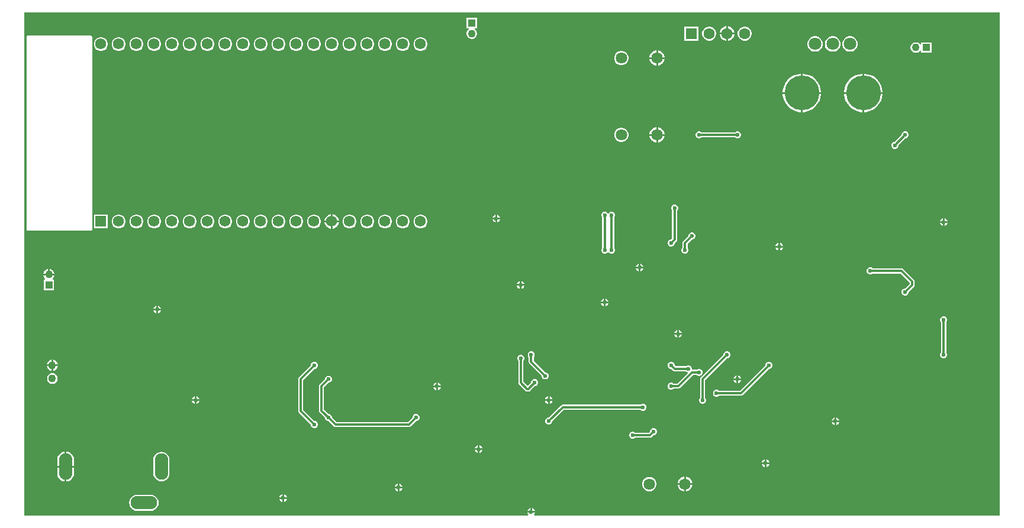
<source format=gbl>
G04*
G04 #@! TF.GenerationSoftware,Altium Limited,Altium Designer,21.7.2 (23)*
G04*
G04 Layer_Physical_Order=2*
G04 Layer_Color=16711680*
%FSLAX25Y25*%
%MOIN*%
G70*
G04*
G04 #@! TF.SameCoordinates,5EADC6DB-F1F9-4870-979B-081E39BDB051*
G04*
G04*
G04 #@! TF.FilePolarity,Positive*
G04*
G01*
G75*
%ADD61C,0.01181*%
%ADD62C,0.06142*%
%ADD63R,0.06142X0.06142*%
%ADD64R,0.04331X0.04331*%
%ADD65C,0.04331*%
%ADD66C,0.04362*%
%ADD67R,0.04331X0.04331*%
%ADD68R,0.06319X0.06319*%
%ADD69C,0.06319*%
%ADD70C,0.06449*%
%ADD71O,0.07480X0.14961*%
%ADD72O,0.14961X0.07480*%
%ADD73C,0.07087*%
%ADD74C,0.19606*%
%ADD75C,0.02362*%
G36*
X551181Y1969D02*
X289225D01*
X289018Y2468D01*
X289251Y2702D01*
X289555Y3437D01*
X285248D01*
X285553Y2702D01*
X285786Y2468D01*
X285578Y1969D01*
X1969D01*
Y285433D01*
X551181D01*
Y1969D01*
D02*
G37*
%LPC*%
G36*
X398185Y277782D02*
X398138D01*
Y274122D01*
X401797D01*
Y274170D01*
X401514Y275227D01*
X400966Y276176D01*
X400192Y276950D01*
X399243Y277498D01*
X398185Y277782D01*
D02*
G37*
G36*
X397138D02*
X397090D01*
X396032Y277498D01*
X395084Y276950D01*
X394309Y276176D01*
X393762Y275227D01*
X393478Y274170D01*
Y274122D01*
X397138D01*
Y277782D01*
D02*
G37*
G36*
X256890Y282480D02*
X250984D01*
Y276575D01*
X252146D01*
X252280Y276075D01*
X252124Y275985D01*
X251574Y275435D01*
X251185Y274762D01*
X250984Y274011D01*
Y273233D01*
X251185Y272482D01*
X251574Y271809D01*
X252124Y271259D01*
X252797Y270870D01*
X253548Y270669D01*
X254326D01*
X255077Y270870D01*
X255750Y271259D01*
X256300Y271809D01*
X256688Y272482D01*
X256890Y273233D01*
Y274011D01*
X256688Y274762D01*
X256300Y275435D01*
X255750Y275985D01*
X255594Y276075D01*
X255728Y276575D01*
X256890D01*
Y282480D01*
D02*
G37*
G36*
X408157Y277569D02*
X407118D01*
X406114Y277300D01*
X405214Y276780D01*
X404480Y276045D01*
X403960Y275146D01*
X403691Y274142D01*
Y273102D01*
X403960Y272099D01*
X404480Y271199D01*
X405214Y270464D01*
X406114Y269944D01*
X407118Y269675D01*
X408157D01*
X409161Y269944D01*
X410061Y270464D01*
X410796Y271199D01*
X411316Y272099D01*
X411585Y273102D01*
Y274142D01*
X411316Y275146D01*
X410796Y276045D01*
X410061Y276780D01*
X409161Y277300D01*
X408157Y277569D01*
D02*
G37*
G36*
X388157D02*
X387118D01*
X386114Y277300D01*
X385214Y276780D01*
X384479Y276045D01*
X383960Y275146D01*
X383691Y274142D01*
Y273102D01*
X383960Y272099D01*
X384479Y271199D01*
X385214Y270464D01*
X386114Y269944D01*
X387118Y269675D01*
X388157D01*
X389161Y269944D01*
X390061Y270464D01*
X390796Y271199D01*
X391316Y272099D01*
X391585Y273102D01*
Y274142D01*
X391316Y275146D01*
X390796Y276045D01*
X390061Y276780D01*
X389161Y277300D01*
X388157Y277569D01*
D02*
G37*
G36*
X381585D02*
X373691D01*
Y269675D01*
X381585D01*
Y277569D01*
D02*
G37*
G36*
X401797Y273122D02*
X398138D01*
Y269463D01*
X398185D01*
X399243Y269746D01*
X400192Y270294D01*
X400966Y271068D01*
X401514Y272017D01*
X401797Y273074D01*
Y273122D01*
D02*
G37*
G36*
X397138D02*
X393478D01*
Y273074D01*
X393762Y272017D01*
X394309Y271068D01*
X395084Y270294D01*
X396032Y269746D01*
X397090Y269463D01*
X397138D01*
Y273122D01*
D02*
G37*
G36*
X512795Y268701D02*
X506890D01*
Y267539D01*
X506390Y267405D01*
X506300Y267561D01*
X505750Y268111D01*
X505077Y268500D01*
X504326Y268701D01*
X503548D01*
X502797Y268500D01*
X502124Y268111D01*
X501574Y267561D01*
X501186Y266888D01*
X500984Y266137D01*
Y265359D01*
X501186Y264608D01*
X501574Y263935D01*
X502124Y263385D01*
X502797Y262997D01*
X503548Y262795D01*
X504326D01*
X505077Y262997D01*
X505750Y263385D01*
X506300Y263935D01*
X506390Y264091D01*
X506890Y263957D01*
Y262795D01*
X512795D01*
Y268701D01*
D02*
G37*
G36*
X225547Y271575D02*
X224531D01*
X223550Y271312D01*
X222670Y270804D01*
X221952Y270086D01*
X221444Y269206D01*
X221181Y268225D01*
Y267209D01*
X221444Y266227D01*
X221952Y265348D01*
X222670Y264629D01*
X223550Y264121D01*
X224531Y263858D01*
X225547D01*
X226529Y264121D01*
X227408Y264629D01*
X228127Y265348D01*
X228635Y266227D01*
X228898Y267209D01*
Y268225D01*
X228635Y269206D01*
X228127Y270086D01*
X227408Y270804D01*
X226529Y271312D01*
X225547Y271575D01*
D02*
G37*
G36*
X215547D02*
X214531D01*
X213550Y271312D01*
X212670Y270804D01*
X211952Y270086D01*
X211444Y269206D01*
X211181Y268225D01*
Y267209D01*
X211444Y266227D01*
X211952Y265348D01*
X212670Y264629D01*
X213550Y264121D01*
X214531Y263858D01*
X215547D01*
X216529Y264121D01*
X217408Y264629D01*
X218127Y265348D01*
X218635Y266227D01*
X218898Y267209D01*
Y268225D01*
X218635Y269206D01*
X218127Y270086D01*
X217408Y270804D01*
X216529Y271312D01*
X215547Y271575D01*
D02*
G37*
G36*
X205547D02*
X204531D01*
X203550Y271312D01*
X202670Y270804D01*
X201952Y270086D01*
X201444Y269206D01*
X201181Y268225D01*
Y267209D01*
X201444Y266227D01*
X201952Y265348D01*
X202670Y264629D01*
X203550Y264121D01*
X204531Y263858D01*
X205547D01*
X206529Y264121D01*
X207408Y264629D01*
X208127Y265348D01*
X208635Y266227D01*
X208898Y267209D01*
Y268225D01*
X208635Y269206D01*
X208127Y270086D01*
X207408Y270804D01*
X206529Y271312D01*
X205547Y271575D01*
D02*
G37*
G36*
X195547D02*
X194531D01*
X193550Y271312D01*
X192670Y270804D01*
X191952Y270086D01*
X191444Y269206D01*
X191181Y268225D01*
Y267209D01*
X191444Y266227D01*
X191952Y265348D01*
X192670Y264629D01*
X193550Y264121D01*
X194531Y263858D01*
X195547D01*
X196529Y264121D01*
X197408Y264629D01*
X198127Y265348D01*
X198635Y266227D01*
X198898Y267209D01*
Y268225D01*
X198635Y269206D01*
X198127Y270086D01*
X197408Y270804D01*
X196529Y271312D01*
X195547Y271575D01*
D02*
G37*
G36*
X185547D02*
X184531D01*
X183550Y271312D01*
X182670Y270804D01*
X181952Y270086D01*
X181444Y269206D01*
X181181Y268225D01*
Y267209D01*
X181444Y266227D01*
X181952Y265348D01*
X182670Y264629D01*
X183550Y264121D01*
X184531Y263858D01*
X185547D01*
X186529Y264121D01*
X187408Y264629D01*
X188127Y265348D01*
X188635Y266227D01*
X188898Y267209D01*
Y268225D01*
X188635Y269206D01*
X188127Y270086D01*
X187408Y270804D01*
X186529Y271312D01*
X185547Y271575D01*
D02*
G37*
G36*
X175547D02*
X174531D01*
X173550Y271312D01*
X172670Y270804D01*
X171952Y270086D01*
X171444Y269206D01*
X171181Y268225D01*
Y267209D01*
X171444Y266227D01*
X171952Y265348D01*
X172670Y264629D01*
X173550Y264121D01*
X174531Y263858D01*
X175547D01*
X176529Y264121D01*
X177408Y264629D01*
X178127Y265348D01*
X178635Y266227D01*
X178898Y267209D01*
Y268225D01*
X178635Y269206D01*
X178127Y270086D01*
X177408Y270804D01*
X176529Y271312D01*
X175547Y271575D01*
D02*
G37*
G36*
X165547D02*
X164531D01*
X163550Y271312D01*
X162670Y270804D01*
X161952Y270086D01*
X161444Y269206D01*
X161181Y268225D01*
Y267209D01*
X161444Y266227D01*
X161952Y265348D01*
X162670Y264629D01*
X163550Y264121D01*
X164531Y263858D01*
X165547D01*
X166529Y264121D01*
X167408Y264629D01*
X168127Y265348D01*
X168635Y266227D01*
X168898Y267209D01*
Y268225D01*
X168635Y269206D01*
X168127Y270086D01*
X167408Y270804D01*
X166529Y271312D01*
X165547Y271575D01*
D02*
G37*
G36*
X155547D02*
X154531D01*
X153550Y271312D01*
X152670Y270804D01*
X151952Y270086D01*
X151444Y269206D01*
X151181Y268225D01*
Y267209D01*
X151444Y266227D01*
X151952Y265348D01*
X152670Y264629D01*
X153550Y264121D01*
X154531Y263858D01*
X155547D01*
X156529Y264121D01*
X157408Y264629D01*
X158127Y265348D01*
X158635Y266227D01*
X158898Y267209D01*
Y268225D01*
X158635Y269206D01*
X158127Y270086D01*
X157408Y270804D01*
X156529Y271312D01*
X155547Y271575D01*
D02*
G37*
G36*
X145547D02*
X144531D01*
X143550Y271312D01*
X142670Y270804D01*
X141952Y270086D01*
X141444Y269206D01*
X141181Y268225D01*
Y267209D01*
X141444Y266227D01*
X141952Y265348D01*
X142670Y264629D01*
X143550Y264121D01*
X144531Y263858D01*
X145547D01*
X146529Y264121D01*
X147408Y264629D01*
X148127Y265348D01*
X148635Y266227D01*
X148898Y267209D01*
Y268225D01*
X148635Y269206D01*
X148127Y270086D01*
X147408Y270804D01*
X146529Y271312D01*
X145547Y271575D01*
D02*
G37*
G36*
X135547D02*
X134531D01*
X133550Y271312D01*
X132670Y270804D01*
X131952Y270086D01*
X131444Y269206D01*
X131181Y268225D01*
Y267209D01*
X131444Y266227D01*
X131952Y265348D01*
X132670Y264629D01*
X133550Y264121D01*
X134531Y263858D01*
X135547D01*
X136529Y264121D01*
X137408Y264629D01*
X138127Y265348D01*
X138635Y266227D01*
X138898Y267209D01*
Y268225D01*
X138635Y269206D01*
X138127Y270086D01*
X137408Y270804D01*
X136529Y271312D01*
X135547Y271575D01*
D02*
G37*
G36*
X125547D02*
X124531D01*
X123550Y271312D01*
X122670Y270804D01*
X121952Y270086D01*
X121444Y269206D01*
X121181Y268225D01*
Y267209D01*
X121444Y266227D01*
X121952Y265348D01*
X122670Y264629D01*
X123550Y264121D01*
X124531Y263858D01*
X125547D01*
X126529Y264121D01*
X127408Y264629D01*
X128127Y265348D01*
X128635Y266227D01*
X128898Y267209D01*
Y268225D01*
X128635Y269206D01*
X128127Y270086D01*
X127408Y270804D01*
X126529Y271312D01*
X125547Y271575D01*
D02*
G37*
G36*
X115547D02*
X114531D01*
X113550Y271312D01*
X112670Y270804D01*
X111952Y270086D01*
X111444Y269206D01*
X111181Y268225D01*
Y267209D01*
X111444Y266227D01*
X111952Y265348D01*
X112670Y264629D01*
X113550Y264121D01*
X114531Y263858D01*
X115547D01*
X116529Y264121D01*
X117408Y264629D01*
X118127Y265348D01*
X118635Y266227D01*
X118898Y267209D01*
Y268225D01*
X118635Y269206D01*
X118127Y270086D01*
X117408Y270804D01*
X116529Y271312D01*
X115547Y271575D01*
D02*
G37*
G36*
X105547D02*
X104531D01*
X103550Y271312D01*
X102670Y270804D01*
X101952Y270086D01*
X101444Y269206D01*
X101181Y268225D01*
Y267209D01*
X101444Y266227D01*
X101952Y265348D01*
X102670Y264629D01*
X103550Y264121D01*
X104531Y263858D01*
X105547D01*
X106529Y264121D01*
X107408Y264629D01*
X108127Y265348D01*
X108635Y266227D01*
X108898Y267209D01*
Y268225D01*
X108635Y269206D01*
X108127Y270086D01*
X107408Y270804D01*
X106529Y271312D01*
X105547Y271575D01*
D02*
G37*
G36*
X95547D02*
X94531D01*
X93550Y271312D01*
X92670Y270804D01*
X91952Y270086D01*
X91444Y269206D01*
X91181Y268225D01*
Y267209D01*
X91444Y266227D01*
X91952Y265348D01*
X92670Y264629D01*
X93550Y264121D01*
X94531Y263858D01*
X95547D01*
X96529Y264121D01*
X97408Y264629D01*
X98127Y265348D01*
X98635Y266227D01*
X98898Y267209D01*
Y268225D01*
X98635Y269206D01*
X98127Y270086D01*
X97408Y270804D01*
X96529Y271312D01*
X95547Y271575D01*
D02*
G37*
G36*
X85547D02*
X84531D01*
X83550Y271312D01*
X82670Y270804D01*
X81952Y270086D01*
X81444Y269206D01*
X81181Y268225D01*
Y267209D01*
X81444Y266227D01*
X81952Y265348D01*
X82670Y264629D01*
X83550Y264121D01*
X84531Y263858D01*
X85547D01*
X86529Y264121D01*
X87408Y264629D01*
X88127Y265348D01*
X88635Y266227D01*
X88898Y267209D01*
Y268225D01*
X88635Y269206D01*
X88127Y270086D01*
X87408Y270804D01*
X86529Y271312D01*
X85547Y271575D01*
D02*
G37*
G36*
X75547D02*
X74531D01*
X73550Y271312D01*
X72670Y270804D01*
X71952Y270086D01*
X71444Y269206D01*
X71181Y268225D01*
Y267209D01*
X71444Y266227D01*
X71952Y265348D01*
X72670Y264629D01*
X73550Y264121D01*
X74531Y263858D01*
X75547D01*
X76529Y264121D01*
X77408Y264629D01*
X78127Y265348D01*
X78635Y266227D01*
X78898Y267209D01*
Y268225D01*
X78635Y269206D01*
X78127Y270086D01*
X77408Y270804D01*
X76529Y271312D01*
X75547Y271575D01*
D02*
G37*
G36*
X65547D02*
X64531D01*
X63550Y271312D01*
X62670Y270804D01*
X61952Y270086D01*
X61444Y269206D01*
X61181Y268225D01*
Y267209D01*
X61444Y266227D01*
X61952Y265348D01*
X62670Y264629D01*
X63550Y264121D01*
X64531Y263858D01*
X65547D01*
X66529Y264121D01*
X67408Y264629D01*
X68127Y265348D01*
X68635Y266227D01*
X68898Y267209D01*
Y268225D01*
X68635Y269206D01*
X68127Y270086D01*
X67408Y270804D01*
X66529Y271312D01*
X65547Y271575D01*
D02*
G37*
G36*
X55547D02*
X54531D01*
X53550Y271312D01*
X52670Y270804D01*
X51952Y270086D01*
X51444Y269206D01*
X51181Y268225D01*
Y267209D01*
X51444Y266227D01*
X51952Y265348D01*
X52670Y264629D01*
X53550Y264121D01*
X54531Y263858D01*
X55547D01*
X56529Y264121D01*
X57408Y264629D01*
X58127Y265348D01*
X58635Y266227D01*
X58898Y267209D01*
Y268225D01*
X58635Y269206D01*
X58127Y270086D01*
X57408Y270804D01*
X56529Y271312D01*
X55547Y271575D01*
D02*
G37*
G36*
X45547D02*
X44531D01*
X43550Y271312D01*
X42670Y270804D01*
X41952Y270086D01*
X41444Y269206D01*
X41181Y268225D01*
Y267209D01*
X41444Y266227D01*
X41952Y265348D01*
X42670Y264629D01*
X43550Y264121D01*
X44531Y263858D01*
X45547D01*
X46529Y264121D01*
X47408Y264629D01*
X48127Y265348D01*
X48635Y266227D01*
X48898Y267209D01*
Y268225D01*
X48635Y269206D01*
X48127Y270086D01*
X47408Y270804D01*
X46529Y271312D01*
X45547Y271575D01*
D02*
G37*
G36*
X467499Y272047D02*
X466359D01*
X465258Y271752D01*
X464270Y271182D01*
X463464Y270376D01*
X462893Y269388D01*
X462598Y268287D01*
Y267146D01*
X462893Y266045D01*
X463464Y265057D01*
X464270Y264251D01*
X465258Y263681D01*
X466359Y263386D01*
X467499D01*
X468601Y263681D01*
X469588Y264251D01*
X470395Y265057D01*
X470965Y266045D01*
X471260Y267146D01*
Y268287D01*
X470965Y269388D01*
X470395Y270376D01*
X469588Y271182D01*
X468601Y271752D01*
X467499Y272047D01*
D02*
G37*
G36*
X457657D02*
X456517D01*
X455415Y271752D01*
X454427Y271182D01*
X453621Y270376D01*
X453051Y269388D01*
X452756Y268287D01*
Y267146D01*
X453051Y266045D01*
X453621Y265057D01*
X454427Y264251D01*
X455415Y263681D01*
X456517Y263386D01*
X457657D01*
X458758Y263681D01*
X459746Y264251D01*
X460552Y265057D01*
X461122Y266045D01*
X461417Y267146D01*
Y268287D01*
X461122Y269388D01*
X460552Y270376D01*
X459746Y271182D01*
X458758Y271752D01*
X457657Y272047D01*
D02*
G37*
G36*
X447814D02*
X446674D01*
X445573Y271752D01*
X444585Y271182D01*
X443779Y270376D01*
X443209Y269388D01*
X442913Y268287D01*
Y267146D01*
X443209Y266045D01*
X443779Y265057D01*
X444585Y264251D01*
X445573Y263681D01*
X446674Y263386D01*
X447814D01*
X448916Y263681D01*
X449903Y264251D01*
X450709Y265057D01*
X451280Y266045D01*
X451575Y267146D01*
Y268287D01*
X451280Y269388D01*
X450709Y270376D01*
X449903Y271182D01*
X448916Y271752D01*
X447814Y272047D01*
D02*
G37*
G36*
X358824Y264067D02*
X358768D01*
Y260343D01*
X362492D01*
Y260399D01*
X362204Y261473D01*
X361648Y262436D01*
X360862Y263223D01*
X359898Y263779D01*
X358824Y264067D01*
D02*
G37*
G36*
X357768D02*
X357712D01*
X356637Y263779D01*
X355674Y263223D01*
X354887Y262436D01*
X354331Y261473D01*
X354043Y260399D01*
Y260343D01*
X357768D01*
Y264067D01*
D02*
G37*
G36*
X338698Y263854D02*
X337641D01*
X336621Y263581D01*
X335706Y263053D01*
X334959Y262306D01*
X334431Y261391D01*
X334157Y260371D01*
Y259314D01*
X334431Y258294D01*
X334959Y257379D01*
X335706Y256632D01*
X336621Y256104D01*
X337641Y255831D01*
X338698D01*
X339718Y256104D01*
X340633Y256632D01*
X341380Y257379D01*
X341908Y258294D01*
X342181Y259314D01*
Y260371D01*
X341908Y261391D01*
X341380Y262306D01*
X340633Y263053D01*
X339718Y263581D01*
X338698Y263854D01*
D02*
G37*
G36*
X362492Y259343D02*
X358768D01*
Y255618D01*
X358824D01*
X359898Y255906D01*
X360862Y256462D01*
X361648Y257249D01*
X362204Y258212D01*
X362492Y259286D01*
Y259343D01*
D02*
G37*
G36*
X357768D02*
X354043D01*
Y259286D01*
X354331Y258212D01*
X354887Y257249D01*
X355674Y256462D01*
X356637Y255906D01*
X357712Y255618D01*
X357768D01*
Y259343D01*
D02*
G37*
G36*
X475260Y250961D02*
X474909D01*
Y240657D01*
X485213D01*
Y241008D01*
X484947Y242687D01*
X484421Y244304D01*
X483649Y245820D01*
X482650Y247195D01*
X481447Y248398D01*
X480071Y249397D01*
X478556Y250169D01*
X476939Y250695D01*
X475260Y250961D01*
D02*
G37*
G36*
X440614D02*
X440264D01*
Y240657D01*
X450567D01*
Y241008D01*
X450301Y242687D01*
X449776Y244304D01*
X449004Y245820D01*
X448004Y247195D01*
X446802Y248398D01*
X445426Y249397D01*
X443911Y250169D01*
X442294Y250695D01*
X440614Y250961D01*
D02*
G37*
G36*
X473909D02*
X473559D01*
X471880Y250695D01*
X470262Y250169D01*
X468747Y249397D01*
X467372Y248398D01*
X466169Y247195D01*
X465170Y245820D01*
X464398Y244304D01*
X463872Y242687D01*
X463606Y241008D01*
Y240657D01*
X473909D01*
Y250961D01*
D02*
G37*
G36*
X439264D02*
X438914D01*
X437234Y250695D01*
X435617Y250169D01*
X434102Y249397D01*
X432726Y248398D01*
X431524Y247195D01*
X430524Y245820D01*
X429752Y244304D01*
X429227Y242687D01*
X428961Y241008D01*
Y240657D01*
X439264D01*
Y250961D01*
D02*
G37*
G36*
X485213Y239657D02*
X474909D01*
Y229354D01*
X475260D01*
X476939Y229620D01*
X478556Y230146D01*
X480071Y230918D01*
X481447Y231917D01*
X482650Y233120D01*
X483649Y234495D01*
X484421Y236011D01*
X484947Y237628D01*
X485213Y239307D01*
Y239657D01*
D02*
G37*
G36*
X473909D02*
X463606D01*
Y239307D01*
X463872Y237628D01*
X464398Y236011D01*
X465170Y234495D01*
X466169Y233120D01*
X467372Y231917D01*
X468747Y230918D01*
X470262Y230146D01*
X471880Y229620D01*
X473559Y229354D01*
X473909D01*
Y239657D01*
D02*
G37*
G36*
X450567D02*
X440264D01*
Y229354D01*
X440614D01*
X442294Y229620D01*
X443911Y230146D01*
X445426Y230918D01*
X446802Y231917D01*
X448004Y233120D01*
X449004Y234495D01*
X449776Y236011D01*
X450301Y237628D01*
X450567Y239307D01*
Y239657D01*
D02*
G37*
G36*
X439264D02*
X428961D01*
Y239307D01*
X429227Y237628D01*
X429752Y236011D01*
X430524Y234495D01*
X431524Y233120D01*
X432726Y231917D01*
X434102Y230918D01*
X435617Y230146D01*
X437234Y229620D01*
X438914Y229354D01*
X439264D01*
Y239657D01*
D02*
G37*
G36*
X403935Y218504D02*
X403152D01*
X402428Y218204D01*
X402164Y217940D01*
X383269D01*
X383005Y218204D01*
X382281Y218504D01*
X381498D01*
X380775Y218204D01*
X380221Y217651D01*
X379921Y216927D01*
Y216144D01*
X380221Y215420D01*
X380775Y214867D01*
X381498Y214567D01*
X382281D01*
X383005Y214867D01*
X383269Y215130D01*
X402164D01*
X402428Y214867D01*
X403152Y214567D01*
X403935D01*
X404658Y214867D01*
X405212Y215420D01*
X405512Y216144D01*
Y216927D01*
X405212Y217651D01*
X404658Y218204D01*
X403935Y218504D01*
D02*
G37*
G36*
X358824Y220760D02*
X358768D01*
Y217035D01*
X362492D01*
Y217092D01*
X362204Y218166D01*
X361648Y219129D01*
X360862Y219916D01*
X359898Y220472D01*
X358824Y220760D01*
D02*
G37*
G36*
X357768D02*
X357712D01*
X356637Y220472D01*
X355674Y219916D01*
X354887Y219129D01*
X354331Y218166D01*
X354043Y217092D01*
Y217035D01*
X357768D01*
Y220760D01*
D02*
G37*
G36*
X338698Y220547D02*
X337641D01*
X336621Y220274D01*
X335706Y219746D01*
X334959Y218999D01*
X334431Y218084D01*
X334157Y217064D01*
Y216007D01*
X334431Y214987D01*
X334959Y214072D01*
X335706Y213325D01*
X336621Y212797D01*
X337641Y212524D01*
X338698D01*
X339718Y212797D01*
X340633Y213325D01*
X341380Y214072D01*
X341908Y214987D01*
X342181Y216007D01*
Y217064D01*
X341908Y218084D01*
X341380Y218999D01*
X340633Y219746D01*
X339718Y220274D01*
X338698Y220547D01*
D02*
G37*
G36*
X362492Y216035D02*
X358768D01*
Y212311D01*
X358824D01*
X359898Y212599D01*
X360862Y213155D01*
X361648Y213942D01*
X362204Y214905D01*
X362492Y215979D01*
Y216035D01*
D02*
G37*
G36*
X357768D02*
X354043D01*
Y215979D01*
X354331Y214905D01*
X354887Y213942D01*
X355674Y213155D01*
X356637Y212599D01*
X357712Y212311D01*
X357768D01*
Y216035D01*
D02*
G37*
G36*
X498423Y218504D02*
X497640D01*
X496916Y218204D01*
X496363Y217651D01*
X496063Y216927D01*
Y216554D01*
X492108Y212598D01*
X491734D01*
X491011Y212299D01*
X490457Y211745D01*
X490158Y211021D01*
Y210238D01*
X490457Y209515D01*
X491011Y208961D01*
X491734Y208661D01*
X492518D01*
X493241Y208961D01*
X493795Y209515D01*
X494095Y210238D01*
Y210612D01*
X498050Y214567D01*
X498423D01*
X499147Y214867D01*
X499700Y215420D01*
X500000Y216144D01*
Y216927D01*
X499700Y217651D01*
X499147Y218204D01*
X498423Y218504D01*
D02*
G37*
G36*
X333069Y173228D02*
X332286D01*
X331562Y172929D01*
X331008Y172375D01*
X330979Y172305D01*
X330438D01*
X330409Y172375D01*
X329855Y172929D01*
X329132Y173228D01*
X328349D01*
X327625Y172929D01*
X327071Y172375D01*
X326772Y171651D01*
Y170868D01*
X327071Y170145D01*
X327335Y169881D01*
Y152954D01*
X327071Y152690D01*
X326772Y151966D01*
Y151183D01*
X327071Y150460D01*
X327625Y149906D01*
X328349Y149606D01*
X329132D01*
X329855Y149906D01*
X330409Y150460D01*
X330438Y150530D01*
X330979D01*
X331008Y150460D01*
X331562Y149906D01*
X332286Y149606D01*
X333069D01*
X333792Y149906D01*
X334346Y150460D01*
X334646Y151183D01*
Y151966D01*
X334346Y152690D01*
X334082Y152954D01*
Y169881D01*
X334346Y170145D01*
X334646Y170868D01*
Y171651D01*
X334346Y172375D01*
X333792Y172929D01*
X333069Y173228D01*
D02*
G37*
G36*
X268216Y171445D02*
Y169791D01*
X269870D01*
X269566Y170527D01*
X268952Y171140D01*
X268216Y171445D01*
D02*
G37*
G36*
X267216D02*
X266481Y171140D01*
X265867Y170527D01*
X265563Y169791D01*
X267216D01*
Y171445D01*
D02*
G37*
G36*
X175575Y171787D02*
X175539D01*
Y168217D01*
X179110D01*
Y168253D01*
X178833Y169288D01*
X178297Y170216D01*
X177539Y170974D01*
X176611Y171510D01*
X175575Y171787D01*
D02*
G37*
G36*
X174539D02*
X174503D01*
X173468Y171510D01*
X172540Y170974D01*
X171782Y170216D01*
X171246Y169288D01*
X170968Y168253D01*
Y168217D01*
X174539D01*
Y171787D01*
D02*
G37*
G36*
X520185Y169476D02*
Y167823D01*
X521839D01*
X521534Y168558D01*
X520921Y169172D01*
X520185Y169476D01*
D02*
G37*
G36*
X519185D02*
X518449Y169172D01*
X517836Y168558D01*
X517531Y167823D01*
X519185D01*
Y169476D01*
D02*
G37*
G36*
X269870Y168791D02*
X268216D01*
Y167138D01*
X268952Y167442D01*
X269566Y168056D01*
X269870Y168791D01*
D02*
G37*
G36*
X267216D02*
X265563D01*
X265867Y168056D01*
X266481Y167442D01*
X267216Y167138D01*
Y168791D01*
D02*
G37*
G36*
X521839Y166823D02*
X520185D01*
Y165169D01*
X520921Y165474D01*
X521534Y166087D01*
X521839Y166823D01*
D02*
G37*
G36*
X519185D02*
X517531D01*
X517836Y166087D01*
X518449Y165474D01*
X519185Y165169D01*
Y166823D01*
D02*
G37*
G36*
X225547Y171575D02*
X224531D01*
X223550Y171312D01*
X222670Y170804D01*
X221952Y170086D01*
X221444Y169206D01*
X221181Y168225D01*
Y167209D01*
X221444Y166227D01*
X221952Y165348D01*
X222670Y164629D01*
X223550Y164121D01*
X224531Y163858D01*
X225547D01*
X226529Y164121D01*
X227408Y164629D01*
X228127Y165348D01*
X228635Y166227D01*
X228898Y167209D01*
Y168225D01*
X228635Y169206D01*
X228127Y170086D01*
X227408Y170804D01*
X226529Y171312D01*
X225547Y171575D01*
D02*
G37*
G36*
X215547D02*
X214531D01*
X213550Y171312D01*
X212670Y170804D01*
X211952Y170086D01*
X211444Y169206D01*
X211181Y168225D01*
Y167209D01*
X211444Y166227D01*
X211952Y165348D01*
X212670Y164629D01*
X213550Y164121D01*
X214531Y163858D01*
X215547D01*
X216529Y164121D01*
X217408Y164629D01*
X218127Y165348D01*
X218635Y166227D01*
X218898Y167209D01*
Y168225D01*
X218635Y169206D01*
X218127Y170086D01*
X217408Y170804D01*
X216529Y171312D01*
X215547Y171575D01*
D02*
G37*
G36*
X205547D02*
X204531D01*
X203550Y171312D01*
X202670Y170804D01*
X201952Y170086D01*
X201444Y169206D01*
X201181Y168225D01*
Y167209D01*
X201444Y166227D01*
X201952Y165348D01*
X202670Y164629D01*
X203550Y164121D01*
X204531Y163858D01*
X205547D01*
X206529Y164121D01*
X207408Y164629D01*
X208127Y165348D01*
X208635Y166227D01*
X208898Y167209D01*
Y168225D01*
X208635Y169206D01*
X208127Y170086D01*
X207408Y170804D01*
X206529Y171312D01*
X205547Y171575D01*
D02*
G37*
G36*
X195547D02*
X194531D01*
X193550Y171312D01*
X192670Y170804D01*
X191952Y170086D01*
X191444Y169206D01*
X191181Y168225D01*
Y167209D01*
X191444Y166227D01*
X191952Y165348D01*
X192670Y164629D01*
X193550Y164121D01*
X194531Y163858D01*
X195547D01*
X196529Y164121D01*
X197408Y164629D01*
X198127Y165348D01*
X198635Y166227D01*
X198898Y167209D01*
Y168225D01*
X198635Y169206D01*
X198127Y170086D01*
X197408Y170804D01*
X196529Y171312D01*
X195547Y171575D01*
D02*
G37*
G36*
X185547D02*
X184531D01*
X183550Y171312D01*
X182670Y170804D01*
X181952Y170086D01*
X181444Y169206D01*
X181181Y168225D01*
Y167209D01*
X181444Y166227D01*
X181952Y165348D01*
X182670Y164629D01*
X183550Y164121D01*
X184531Y163858D01*
X185547D01*
X186529Y164121D01*
X187408Y164629D01*
X188127Y165348D01*
X188635Y166227D01*
X188898Y167209D01*
Y168225D01*
X188635Y169206D01*
X188127Y170086D01*
X187408Y170804D01*
X186529Y171312D01*
X185547Y171575D01*
D02*
G37*
G36*
X165547D02*
X164531D01*
X163550Y171312D01*
X162670Y170804D01*
X161952Y170086D01*
X161444Y169206D01*
X161181Y168225D01*
Y167209D01*
X161444Y166227D01*
X161952Y165348D01*
X162670Y164629D01*
X163550Y164121D01*
X164531Y163858D01*
X165547D01*
X166529Y164121D01*
X167408Y164629D01*
X168127Y165348D01*
X168635Y166227D01*
X168898Y167209D01*
Y168225D01*
X168635Y169206D01*
X168127Y170086D01*
X167408Y170804D01*
X166529Y171312D01*
X165547Y171575D01*
D02*
G37*
G36*
X155547D02*
X154531D01*
X153550Y171312D01*
X152670Y170804D01*
X151952Y170086D01*
X151444Y169206D01*
X151181Y168225D01*
Y167209D01*
X151444Y166227D01*
X151952Y165348D01*
X152670Y164629D01*
X153550Y164121D01*
X154531Y163858D01*
X155547D01*
X156529Y164121D01*
X157408Y164629D01*
X158127Y165348D01*
X158635Y166227D01*
X158898Y167209D01*
Y168225D01*
X158635Y169206D01*
X158127Y170086D01*
X157408Y170804D01*
X156529Y171312D01*
X155547Y171575D01*
D02*
G37*
G36*
X145547D02*
X144531D01*
X143550Y171312D01*
X142670Y170804D01*
X141952Y170086D01*
X141444Y169206D01*
X141181Y168225D01*
Y167209D01*
X141444Y166227D01*
X141952Y165348D01*
X142670Y164629D01*
X143550Y164121D01*
X144531Y163858D01*
X145547D01*
X146529Y164121D01*
X147408Y164629D01*
X148127Y165348D01*
X148635Y166227D01*
X148898Y167209D01*
Y168225D01*
X148635Y169206D01*
X148127Y170086D01*
X147408Y170804D01*
X146529Y171312D01*
X145547Y171575D01*
D02*
G37*
G36*
X135547D02*
X134531D01*
X133550Y171312D01*
X132670Y170804D01*
X131952Y170086D01*
X131444Y169206D01*
X131181Y168225D01*
Y167209D01*
X131444Y166227D01*
X131952Y165348D01*
X132670Y164629D01*
X133550Y164121D01*
X134531Y163858D01*
X135547D01*
X136529Y164121D01*
X137408Y164629D01*
X138127Y165348D01*
X138635Y166227D01*
X138898Y167209D01*
Y168225D01*
X138635Y169206D01*
X138127Y170086D01*
X137408Y170804D01*
X136529Y171312D01*
X135547Y171575D01*
D02*
G37*
G36*
X125547D02*
X124531D01*
X123550Y171312D01*
X122670Y170804D01*
X121952Y170086D01*
X121444Y169206D01*
X121181Y168225D01*
Y167209D01*
X121444Y166227D01*
X121952Y165348D01*
X122670Y164629D01*
X123550Y164121D01*
X124531Y163858D01*
X125547D01*
X126529Y164121D01*
X127408Y164629D01*
X128127Y165348D01*
X128635Y166227D01*
X128898Y167209D01*
Y168225D01*
X128635Y169206D01*
X128127Y170086D01*
X127408Y170804D01*
X126529Y171312D01*
X125547Y171575D01*
D02*
G37*
G36*
X115547D02*
X114531D01*
X113550Y171312D01*
X112670Y170804D01*
X111952Y170086D01*
X111444Y169206D01*
X111181Y168225D01*
Y167209D01*
X111444Y166227D01*
X111952Y165348D01*
X112670Y164629D01*
X113550Y164121D01*
X114531Y163858D01*
X115547D01*
X116529Y164121D01*
X117408Y164629D01*
X118127Y165348D01*
X118635Y166227D01*
X118898Y167209D01*
Y168225D01*
X118635Y169206D01*
X118127Y170086D01*
X117408Y170804D01*
X116529Y171312D01*
X115547Y171575D01*
D02*
G37*
G36*
X105547D02*
X104531D01*
X103550Y171312D01*
X102670Y170804D01*
X101952Y170086D01*
X101444Y169206D01*
X101181Y168225D01*
Y167209D01*
X101444Y166227D01*
X101952Y165348D01*
X102670Y164629D01*
X103550Y164121D01*
X104531Y163858D01*
X105547D01*
X106529Y164121D01*
X107408Y164629D01*
X108127Y165348D01*
X108635Y166227D01*
X108898Y167209D01*
Y168225D01*
X108635Y169206D01*
X108127Y170086D01*
X107408Y170804D01*
X106529Y171312D01*
X105547Y171575D01*
D02*
G37*
G36*
X95547D02*
X94531D01*
X93550Y171312D01*
X92670Y170804D01*
X91952Y170086D01*
X91444Y169206D01*
X91181Y168225D01*
Y167209D01*
X91444Y166227D01*
X91952Y165348D01*
X92670Y164629D01*
X93550Y164121D01*
X94531Y163858D01*
X95547D01*
X96529Y164121D01*
X97408Y164629D01*
X98127Y165348D01*
X98635Y166227D01*
X98898Y167209D01*
Y168225D01*
X98635Y169206D01*
X98127Y170086D01*
X97408Y170804D01*
X96529Y171312D01*
X95547Y171575D01*
D02*
G37*
G36*
X85547D02*
X84531D01*
X83550Y171312D01*
X82670Y170804D01*
X81952Y170086D01*
X81444Y169206D01*
X81181Y168225D01*
Y167209D01*
X81444Y166227D01*
X81952Y165348D01*
X82670Y164629D01*
X83550Y164121D01*
X84531Y163858D01*
X85547D01*
X86529Y164121D01*
X87408Y164629D01*
X88127Y165348D01*
X88635Y166227D01*
X88898Y167209D01*
Y168225D01*
X88635Y169206D01*
X88127Y170086D01*
X87408Y170804D01*
X86529Y171312D01*
X85547Y171575D01*
D02*
G37*
G36*
X75547D02*
X74531D01*
X73550Y171312D01*
X72670Y170804D01*
X71952Y170086D01*
X71444Y169206D01*
X71181Y168225D01*
Y167209D01*
X71444Y166227D01*
X71952Y165348D01*
X72670Y164629D01*
X73550Y164121D01*
X74531Y163858D01*
X75547D01*
X76529Y164121D01*
X77408Y164629D01*
X78127Y165348D01*
X78635Y166227D01*
X78898Y167209D01*
Y168225D01*
X78635Y169206D01*
X78127Y170086D01*
X77408Y170804D01*
X76529Y171312D01*
X75547Y171575D01*
D02*
G37*
G36*
X65547D02*
X64531D01*
X63550Y171312D01*
X62670Y170804D01*
X61952Y170086D01*
X61444Y169206D01*
X61181Y168225D01*
Y167209D01*
X61444Y166227D01*
X61952Y165348D01*
X62670Y164629D01*
X63550Y164121D01*
X64531Y163858D01*
X65547D01*
X66529Y164121D01*
X67408Y164629D01*
X68127Y165348D01*
X68635Y166227D01*
X68898Y167209D01*
Y168225D01*
X68635Y169206D01*
X68127Y170086D01*
X67408Y170804D01*
X66529Y171312D01*
X65547Y171575D01*
D02*
G37*
G36*
X55547D02*
X54531D01*
X53550Y171312D01*
X52670Y170804D01*
X51952Y170086D01*
X51444Y169206D01*
X51181Y168225D01*
Y167209D01*
X51444Y166227D01*
X51952Y165348D01*
X52670Y164629D01*
X53550Y164121D01*
X54531Y163858D01*
X55547D01*
X56529Y164121D01*
X57408Y164629D01*
X58127Y165348D01*
X58635Y166227D01*
X58898Y167209D01*
Y168225D01*
X58635Y169206D01*
X58127Y170086D01*
X57408Y170804D01*
X56529Y171312D01*
X55547Y171575D01*
D02*
G37*
G36*
X48898D02*
X41181D01*
Y163858D01*
X48898D01*
Y171575D01*
D02*
G37*
G36*
X179110Y167217D02*
X175539D01*
Y163646D01*
X175575D01*
X176611Y163923D01*
X177539Y164459D01*
X178297Y165217D01*
X178833Y166145D01*
X179110Y167181D01*
Y167217D01*
D02*
G37*
G36*
X174539D02*
X170968D01*
Y167181D01*
X171246Y166145D01*
X171782Y165217D01*
X172540Y164459D01*
X173468Y163923D01*
X174503Y163646D01*
X174539D01*
Y167217D01*
D02*
G37*
G36*
X39370Y272456D02*
X3937D01*
X3630Y272395D01*
X3369Y272221D01*
X3195Y271961D01*
X3134Y271654D01*
Y163386D01*
X3195Y163079D01*
X3369Y162818D01*
X3630Y162644D01*
X3937Y162583D01*
X39370D01*
X39677Y162644D01*
X39938Y162818D01*
X40112Y163079D01*
X40173Y163386D01*
Y271654D01*
X40112Y271961D01*
X39938Y272221D01*
X39677Y272395D01*
X39370Y272456D01*
D02*
G37*
G36*
X427665Y155697D02*
Y154043D01*
X429319D01*
X429014Y154779D01*
X428401Y155392D01*
X427665Y155697D01*
D02*
G37*
G36*
X426665D02*
X425930Y155392D01*
X425316Y154779D01*
X425012Y154043D01*
X426665D01*
Y155697D01*
D02*
G37*
G36*
X368502Y177165D02*
X367719D01*
X366995Y176866D01*
X366441Y176312D01*
X366142Y175588D01*
Y174805D01*
X366441Y174082D01*
X366705Y173818D01*
Y158062D01*
X366123Y157480D01*
X365750D01*
X365027Y157181D01*
X364473Y156627D01*
X364173Y155903D01*
Y155120D01*
X364473Y154397D01*
X365027Y153843D01*
X365750Y153543D01*
X366533D01*
X367257Y153843D01*
X367811Y154397D01*
X368110Y155120D01*
Y155493D01*
X369104Y156487D01*
X369408Y156943D01*
X369515Y157480D01*
Y173818D01*
X369779Y174082D01*
X370079Y174805D01*
Y175588D01*
X369779Y176312D01*
X369225Y176866D01*
X368502Y177165D01*
D02*
G37*
G36*
X429319Y153043D02*
X427665D01*
Y151390D01*
X428401Y151694D01*
X429014Y152308D01*
X429319Y153043D01*
D02*
G37*
G36*
X426665D02*
X425012D01*
X425316Y152308D01*
X425930Y151694D01*
X426665Y151390D01*
Y153043D01*
D02*
G37*
G36*
X378344Y161417D02*
X377561D01*
X376838Y161118D01*
X376284Y160564D01*
X375984Y159840D01*
Y159467D01*
X373022Y156505D01*
X372718Y156050D01*
X372611Y155512D01*
Y152954D01*
X372347Y152690D01*
X372047Y151966D01*
Y151183D01*
X372347Y150460D01*
X372901Y149906D01*
X373624Y149606D01*
X374407D01*
X375131Y149906D01*
X375685Y150460D01*
X375984Y151183D01*
Y151966D01*
X375685Y152690D01*
X375421Y152954D01*
Y154930D01*
X377971Y157480D01*
X378344D01*
X379068Y157780D01*
X379622Y158334D01*
X379921Y159057D01*
Y159840D01*
X379622Y160564D01*
X379068Y161118D01*
X378344Y161417D01*
D02*
G37*
G36*
X348925Y143886D02*
Y142232D01*
X350579D01*
X350274Y142968D01*
X349661Y143581D01*
X348925Y143886D01*
D02*
G37*
G36*
X347925D02*
X347190Y143581D01*
X346576Y142968D01*
X346271Y142232D01*
X347925D01*
Y143886D01*
D02*
G37*
G36*
X350579Y141232D02*
X348925D01*
Y139579D01*
X349661Y139883D01*
X350274Y140497D01*
X350579Y141232D01*
D02*
G37*
G36*
X347925D02*
X346271D01*
X346576Y140497D01*
X347190Y139883D01*
X347925Y139579D01*
Y141232D01*
D02*
G37*
G36*
X16248Y140938D02*
Y138295D01*
X18891D01*
X18698Y139017D01*
X18281Y139739D01*
X17692Y140328D01*
X16970Y140745D01*
X16248Y140938D01*
D02*
G37*
G36*
X15248D02*
X14526Y140745D01*
X13804Y140328D01*
X13215Y139739D01*
X12798Y139017D01*
X12605Y138295D01*
X15248D01*
Y140938D01*
D02*
G37*
G36*
X281996Y134044D02*
Y132390D01*
X283650D01*
X283345Y133125D01*
X282732Y133739D01*
X281996Y134044D01*
D02*
G37*
G36*
X280996D02*
X280261Y133739D01*
X279647Y133125D01*
X279342Y132390D01*
X280996D01*
Y134044D01*
D02*
G37*
G36*
X283650Y131390D02*
X281996D01*
Y129736D01*
X282732Y130041D01*
X283345Y130654D01*
X283650Y131390D01*
D02*
G37*
G36*
X280996D02*
X279342D01*
X279647Y130654D01*
X280261Y130041D01*
X280996Y129736D01*
Y131390D01*
D02*
G37*
G36*
X18891Y137295D02*
X15748D01*
X12605D01*
X12798Y136574D01*
X13215Y135852D01*
X13724Y135343D01*
X13650Y135012D01*
X13544Y134843D01*
X12795D01*
Y128937D01*
X18701D01*
Y134843D01*
X17952D01*
X17846Y135012D01*
X17772Y135343D01*
X18281Y135852D01*
X18698Y136574D01*
X18891Y137295D01*
D02*
G37*
G36*
X478738Y141732D02*
X477955D01*
X477231Y141433D01*
X476678Y140879D01*
X476378Y140155D01*
Y139372D01*
X476678Y138649D01*
X477231Y138095D01*
X477955Y137795D01*
X478738D01*
X479461Y138095D01*
X479725Y138359D01*
X495481D01*
X500564Y133276D01*
Y132472D01*
X498013Y129921D01*
X497640D01*
X496916Y129622D01*
X496363Y129068D01*
X496063Y128344D01*
Y127561D01*
X496363Y126838D01*
X496916Y126284D01*
X497640Y125984D01*
X498423D01*
X499147Y126284D01*
X499700Y126838D01*
X500000Y127561D01*
Y127934D01*
X502962Y130896D01*
X503266Y131352D01*
X503373Y131890D01*
Y133858D01*
X503266Y134396D01*
X502962Y134852D01*
X497056Y140757D01*
X496601Y141062D01*
X496063Y141169D01*
X479725D01*
X479461Y141433D01*
X478738Y141732D01*
D02*
G37*
G36*
X329240Y124201D02*
Y122547D01*
X330894D01*
X330589Y123283D01*
X329976Y123896D01*
X329240Y124201D01*
D02*
G37*
G36*
X328240D02*
X327505Y123896D01*
X326891Y123283D01*
X326587Y122547D01*
X328240D01*
Y124201D01*
D02*
G37*
G36*
X330894Y121547D02*
X329240D01*
Y119894D01*
X329976Y120198D01*
X330589Y120812D01*
X330894Y121547D01*
D02*
G37*
G36*
X328240D02*
X326587D01*
X326891Y120812D01*
X327505Y120198D01*
X328240Y119894D01*
Y121547D01*
D02*
G37*
G36*
X77272Y120264D02*
Y118610D01*
X78925D01*
X78621Y119346D01*
X78007Y119959D01*
X77272Y120264D01*
D02*
G37*
G36*
X76272D02*
X75536Y119959D01*
X74923Y119346D01*
X74618Y118610D01*
X76272D01*
Y120264D01*
D02*
G37*
G36*
X78925Y117610D02*
X77272D01*
Y115956D01*
X78007Y116261D01*
X78621Y116875D01*
X78925Y117610D01*
D02*
G37*
G36*
X76272D02*
X74618D01*
X74923Y116875D01*
X75536Y116261D01*
X76272Y115956D01*
Y117610D01*
D02*
G37*
G36*
X370579Y106484D02*
Y104831D01*
X372232D01*
X371928Y105566D01*
X371314Y106180D01*
X370579Y106484D01*
D02*
G37*
G36*
X369579D02*
X368843Y106180D01*
X368230Y105566D01*
X367925Y104831D01*
X369579D01*
Y106484D01*
D02*
G37*
G36*
X372232Y103831D02*
X370579D01*
Y102177D01*
X371314Y102482D01*
X371928Y103095D01*
X372232Y103831D01*
D02*
G37*
G36*
X369579D02*
X367925D01*
X368230Y103095D01*
X368843Y102482D01*
X369579Y102177D01*
Y103831D01*
D02*
G37*
G36*
X520077Y114173D02*
X519293D01*
X518570Y113874D01*
X518016Y113320D01*
X517717Y112596D01*
Y111813D01*
X518016Y111090D01*
X518280Y110826D01*
Y93899D01*
X518016Y93635D01*
X517717Y92911D01*
Y92128D01*
X518016Y91405D01*
X518570Y90851D01*
X519293Y90551D01*
X520077D01*
X520800Y90851D01*
X521354Y91405D01*
X521654Y92128D01*
Y92911D01*
X521354Y93635D01*
X521090Y93899D01*
Y110826D01*
X521354Y111090D01*
X521654Y111813D01*
Y112596D01*
X521354Y113320D01*
X520800Y113874D01*
X520077Y114173D01*
D02*
G37*
G36*
X18216Y89773D02*
Y87114D01*
X20876D01*
X20681Y87842D01*
X20262Y88567D01*
X19670Y89160D01*
X18944Y89578D01*
X18216Y89773D01*
D02*
G37*
G36*
X17217D02*
X16489Y89578D01*
X15763Y89160D01*
X15171Y88567D01*
X14752Y87842D01*
X14557Y87114D01*
X17217D01*
Y89773D01*
D02*
G37*
G36*
X20876Y86114D02*
X18216D01*
Y83455D01*
X18944Y83650D01*
X19670Y84069D01*
X20262Y84661D01*
X20681Y85386D01*
X20876Y86114D01*
D02*
G37*
G36*
X17217D02*
X14557D01*
X14752Y85386D01*
X15171Y84661D01*
X15763Y84069D01*
X16489Y83650D01*
X17217Y83455D01*
Y86114D01*
D02*
G37*
G36*
X366533Y88583D02*
X365750D01*
X365027Y88283D01*
X364473Y87729D01*
X364173Y87006D01*
Y86223D01*
X364473Y85499D01*
X365027Y84945D01*
X365750Y84646D01*
X366362D01*
X367356Y83652D01*
X367811Y83348D01*
X368349Y83241D01*
X374605D01*
X374869Y82977D01*
X375357Y82775D01*
X375504Y82215D01*
X369497Y76208D01*
X367521D01*
X367257Y76472D01*
X366533Y76772D01*
X365750D01*
X365027Y76472D01*
X364473Y75918D01*
X364173Y75195D01*
Y74412D01*
X364473Y73688D01*
X365027Y73134D01*
X365750Y72835D01*
X366533D01*
X367257Y73134D01*
X367521Y73398D01*
X370079D01*
X370616Y73505D01*
X371072Y73810D01*
X378535Y81272D01*
X380511D01*
X380775Y81008D01*
X381498Y80709D01*
X382281D01*
X383005Y81008D01*
X383559Y81562D01*
X383858Y82286D01*
Y83069D01*
X383559Y83792D01*
X383005Y84346D01*
X382281Y84646D01*
X381498D01*
X380775Y84346D01*
X380511Y84082D01*
X378415D01*
X377953Y84254D01*
Y85037D01*
X377653Y85761D01*
X377099Y86314D01*
X376376Y86614D01*
X375593D01*
X374869Y86314D01*
X374605Y86051D01*
X368931D01*
X368110Y86871D01*
Y87006D01*
X367811Y87729D01*
X367257Y88283D01*
X366533Y88583D01*
D02*
G37*
G36*
X404043Y80894D02*
Y79240D01*
X405697D01*
X405392Y79976D01*
X404779Y80589D01*
X404043Y80894D01*
D02*
G37*
G36*
X403043D02*
X402308Y80589D01*
X401694Y79976D01*
X401390Y79240D01*
X403043D01*
Y80894D01*
D02*
G37*
G36*
X287793Y94488D02*
X287010D01*
X286286Y94188D01*
X285733Y93635D01*
X285433Y92911D01*
Y92128D01*
X285733Y91405D01*
X285997Y91141D01*
Y88583D01*
X286104Y88045D01*
X286408Y87589D01*
X293307Y80690D01*
Y80317D01*
X293607Y79594D01*
X294161Y79040D01*
X294884Y78740D01*
X295667D01*
X296391Y79040D01*
X296944Y79594D01*
X297244Y80317D01*
Y81100D01*
X296944Y81824D01*
X296391Y82377D01*
X295667Y82677D01*
X295294D01*
X288807Y89165D01*
Y91141D01*
X289070Y91405D01*
X289370Y92128D01*
Y92911D01*
X289070Y93635D01*
X288517Y94188D01*
X287793Y94488D01*
D02*
G37*
G36*
X405697Y78240D02*
X404043D01*
Y76587D01*
X404779Y76891D01*
X405392Y77505D01*
X405697Y78240D01*
D02*
G37*
G36*
X403043D02*
X401390D01*
X401694Y77505D01*
X402308Y76891D01*
X403043Y76587D01*
Y78240D01*
D02*
G37*
G36*
X18107Y82103D02*
X17326D01*
X16571Y81900D01*
X15894Y81509D01*
X15341Y80957D01*
X14950Y80280D01*
X14748Y79525D01*
Y78743D01*
X14950Y77988D01*
X15341Y77311D01*
X15894Y76759D01*
X16571Y76368D01*
X17326Y76165D01*
X18107D01*
X18862Y76368D01*
X19539Y76759D01*
X20092Y77311D01*
X20483Y77988D01*
X20685Y78743D01*
Y79525D01*
X20483Y80280D01*
X20092Y80957D01*
X19539Y81509D01*
X18862Y81900D01*
X18107Y82103D01*
D02*
G37*
G36*
X234752Y76957D02*
Y75303D01*
X236406D01*
X236101Y76039D01*
X235488Y76652D01*
X234752Y76957D01*
D02*
G37*
G36*
X233752D02*
X233016Y76652D01*
X232403Y76039D01*
X232098Y75303D01*
X233752D01*
Y76957D01*
D02*
G37*
G36*
X236406Y74303D02*
X234752D01*
Y72650D01*
X235488Y72954D01*
X236101Y73568D01*
X236406Y74303D01*
D02*
G37*
G36*
X233752D02*
X232098D01*
X232403Y73568D01*
X233016Y72954D01*
X233752Y72650D01*
Y74303D01*
D02*
G37*
G36*
X421651Y88583D02*
X420868D01*
X420145Y88283D01*
X419591Y87729D01*
X419291Y87006D01*
Y86633D01*
X404930Y72271D01*
X393111D01*
X392847Y72535D01*
X392124Y72835D01*
X391341D01*
X390617Y72535D01*
X390064Y71981D01*
X389764Y71258D01*
Y70475D01*
X390064Y69751D01*
X390617Y69197D01*
X391341Y68898D01*
X392124D01*
X392847Y69197D01*
X393111Y69461D01*
X405512D01*
X406049Y69568D01*
X406505Y69873D01*
X421278Y84646D01*
X421651D01*
X422375Y84945D01*
X422929Y85499D01*
X423228Y86223D01*
Y87006D01*
X422929Y87729D01*
X422375Y88283D01*
X421651Y88583D01*
D02*
G37*
G36*
X281888Y92520D02*
X281104D01*
X280381Y92220D01*
X279827Y91666D01*
X279528Y90943D01*
Y90160D01*
X279827Y89436D01*
X280091Y89172D01*
Y76772D01*
X280198Y76234D01*
X280503Y75778D01*
X283950Y72330D01*
X284406Y72026D01*
X284944Y71919D01*
X285922D01*
X286460Y72026D01*
X286916Y72330D01*
X289388Y74803D01*
X289762D01*
X290485Y75103D01*
X291039Y75657D01*
X291339Y76380D01*
Y77163D01*
X291039Y77887D01*
X290485Y78440D01*
X289762Y78740D01*
X288979D01*
X288255Y78440D01*
X287701Y77887D01*
X287402Y77163D01*
Y76790D01*
X285433Y74822D01*
X282901Y77354D01*
Y89172D01*
X283165Y89436D01*
X283465Y90160D01*
Y90943D01*
X283165Y91666D01*
X282611Y92220D01*
X281888Y92520D01*
D02*
G37*
G36*
X297744Y69083D02*
Y67429D01*
X299398D01*
X299093Y68165D01*
X298480Y68778D01*
X297744Y69083D01*
D02*
G37*
G36*
X296744D02*
X296009Y68778D01*
X295395Y68165D01*
X295090Y67429D01*
X296744D01*
Y69083D01*
D02*
G37*
G36*
X98925D02*
Y67429D01*
X100579D01*
X100274Y68165D01*
X99661Y68778D01*
X98925Y69083D01*
D02*
G37*
G36*
X97925D02*
X97190Y68778D01*
X96576Y68165D01*
X96272Y67429D01*
X97925D01*
Y69083D01*
D02*
G37*
G36*
X398029Y94488D02*
X397246D01*
X396523Y94188D01*
X395969Y93635D01*
X395669Y92911D01*
Y92538D01*
X382865Y79734D01*
X382560Y79278D01*
X382453Y78740D01*
Y68308D01*
X382189Y68044D01*
X381890Y67321D01*
Y66538D01*
X382189Y65814D01*
X382743Y65260D01*
X383467Y64961D01*
X384250D01*
X384973Y65260D01*
X385527Y65814D01*
X385827Y66538D01*
Y67321D01*
X385527Y68044D01*
X385263Y68308D01*
Y78158D01*
X397656Y90551D01*
X398029D01*
X398753Y90851D01*
X399307Y91405D01*
X399606Y92128D01*
Y92911D01*
X399307Y93635D01*
X398753Y94188D01*
X398029Y94488D01*
D02*
G37*
G36*
X299398Y66429D02*
X297744D01*
Y64775D01*
X298480Y65080D01*
X299093Y65694D01*
X299398Y66429D01*
D02*
G37*
G36*
X296744D02*
X295090D01*
X295395Y65694D01*
X296009Y65080D01*
X296744Y64775D01*
Y66429D01*
D02*
G37*
G36*
X100579D02*
X98925D01*
Y64775D01*
X99661Y65080D01*
X100274Y65694D01*
X100579Y66429D01*
D02*
G37*
G36*
X97925D02*
X96272D01*
X96576Y65694D01*
X97190Y65080D01*
X97925Y64775D01*
Y66429D01*
D02*
G37*
G36*
X350785Y64961D02*
X350002D01*
X349279Y64661D01*
X349015Y64397D01*
X305118D01*
X304580Y64290D01*
X304125Y63986D01*
X297226Y57087D01*
X296852D01*
X296129Y56787D01*
X295575Y56233D01*
X295276Y55510D01*
Y54726D01*
X295575Y54003D01*
X296129Y53449D01*
X296852Y53150D01*
X297636D01*
X298359Y53449D01*
X298913Y54003D01*
X299213Y54726D01*
Y55100D01*
X305700Y61587D01*
X349015D01*
X349279Y61323D01*
X350002Y61024D01*
X350785D01*
X351509Y61323D01*
X352063Y61877D01*
X352362Y62601D01*
Y63384D01*
X352063Y64107D01*
X351509Y64661D01*
X350785Y64961D01*
D02*
G37*
G36*
X459161Y57272D02*
Y55618D01*
X460815D01*
X460510Y56354D01*
X459897Y56967D01*
X459161Y57272D01*
D02*
G37*
G36*
X458161D02*
X457426Y56967D01*
X456812Y56354D01*
X456508Y55618D01*
X458161D01*
Y57272D01*
D02*
G37*
G36*
X460815Y54618D02*
X459161D01*
Y52964D01*
X459897Y53269D01*
X460510Y53883D01*
X460815Y54618D01*
D02*
G37*
G36*
X458161D02*
X456508D01*
X456812Y53883D01*
X457426Y53269D01*
X458161Y52964D01*
Y54618D01*
D02*
G37*
G36*
X173620Y80709D02*
X172837D01*
X172113Y80409D01*
X171560Y79855D01*
X171260Y79132D01*
Y78759D01*
X168298Y75797D01*
X167993Y75341D01*
X167886Y74803D01*
Y61024D01*
X167993Y60486D01*
X168298Y60030D01*
X171260Y57068D01*
Y56695D01*
X171560Y55971D01*
X172113Y55418D01*
X172837Y55118D01*
X173210D01*
X176172Y52156D01*
X176628Y51852D01*
X177165Y51745D01*
X218504D01*
X219042Y51852D01*
X219497Y52156D01*
X222459Y55118D01*
X222832D01*
X223556Y55418D01*
X224110Y55971D01*
X224409Y56695D01*
Y57478D01*
X224110Y58202D01*
X223556Y58755D01*
X222832Y59055D01*
X222049D01*
X221326Y58755D01*
X220772Y58202D01*
X220472Y57478D01*
Y57105D01*
X217922Y54555D01*
X177747D01*
X175197Y57105D01*
Y57478D01*
X174897Y58202D01*
X174343Y58755D01*
X173620Y59055D01*
X173247D01*
X170696Y61606D01*
Y74221D01*
X173247Y76772D01*
X173620D01*
X174343Y77071D01*
X174897Y77625D01*
X175197Y78349D01*
Y79132D01*
X174897Y79855D01*
X174343Y80409D01*
X173620Y80709D01*
D02*
G37*
G36*
X165746Y88583D02*
X164963D01*
X164239Y88283D01*
X163686Y87729D01*
X163386Y87006D01*
Y86633D01*
X156487Y79734D01*
X156182Y79278D01*
X156075Y78740D01*
Y61024D01*
X156182Y60486D01*
X156487Y60030D01*
X163386Y53131D01*
Y52758D01*
X163686Y52035D01*
X164239Y51481D01*
X164963Y51181D01*
X165746D01*
X166470Y51481D01*
X167023Y52035D01*
X167323Y52758D01*
Y53541D01*
X167023Y54265D01*
X166470Y54818D01*
X165746Y55118D01*
X165373D01*
X158885Y61606D01*
Y78158D01*
X165373Y84646D01*
X165746D01*
X166469Y84945D01*
X167023Y85499D01*
X167323Y86223D01*
Y87006D01*
X167023Y87729D01*
X166469Y88283D01*
X165746Y88583D01*
D02*
G37*
G36*
X356691Y51181D02*
X355908D01*
X355184Y50881D01*
X354630Y50328D01*
X354331Y49604D01*
Y49231D01*
X353749Y48649D01*
X345867D01*
X345603Y48913D01*
X344880Y49213D01*
X344097D01*
X343373Y48913D01*
X342819Y48359D01*
X342520Y47636D01*
Y46852D01*
X342819Y46129D01*
X343373Y45575D01*
X344097Y45276D01*
X344880D01*
X345603Y45575D01*
X345867Y45839D01*
X354331D01*
X354868Y45946D01*
X355324Y46251D01*
X356318Y47244D01*
X356691D01*
X357414Y47544D01*
X357968Y48098D01*
X358268Y48821D01*
Y49604D01*
X357968Y50328D01*
X357414Y50881D01*
X356691Y51181D01*
D02*
G37*
G36*
X258374Y41524D02*
Y39870D01*
X260028D01*
X259723Y40606D01*
X259109Y41219D01*
X258374Y41524D01*
D02*
G37*
G36*
X257374D02*
X256639Y41219D01*
X256025Y40606D01*
X255720Y39870D01*
X257374D01*
Y41524D01*
D02*
G37*
G36*
X260028Y38870D02*
X258374D01*
Y37216D01*
X259109Y37521D01*
X259723Y38135D01*
X260028Y38870D01*
D02*
G37*
G36*
X257374D02*
X255720D01*
X256025Y38135D01*
X256639Y37521D01*
X257374Y37216D01*
Y38870D01*
D02*
G37*
G36*
X419791Y33650D02*
Y31996D01*
X421445D01*
X421140Y32732D01*
X420527Y33345D01*
X419791Y33650D01*
D02*
G37*
G36*
X418791D02*
X418056Y33345D01*
X417442Y32732D01*
X417138Y31996D01*
X418791D01*
Y33650D01*
D02*
G37*
G36*
X25697Y37983D02*
Y30027D01*
X29978D01*
Y33268D01*
X29815Y34505D01*
X29337Y35658D01*
X28578Y36648D01*
X27587Y37408D01*
X26434Y37886D01*
X25697Y37983D01*
D02*
G37*
G36*
X24697D02*
X23959Y37886D01*
X22806Y37408D01*
X21816Y36648D01*
X21056Y35658D01*
X20579Y34505D01*
X20416Y33268D01*
Y30027D01*
X24697D01*
Y37983D01*
D02*
G37*
G36*
X421445Y30996D02*
X419791D01*
Y29342D01*
X420527Y29647D01*
X421140Y30261D01*
X421445Y30996D01*
D02*
G37*
G36*
X418791D02*
X417138D01*
X417442Y30261D01*
X418056Y29647D01*
X418791Y29342D01*
Y30996D01*
D02*
G37*
G36*
X79134Y37834D02*
X77952Y37679D01*
X76851Y37222D01*
X75905Y36497D01*
X75179Y35551D01*
X74723Y34450D01*
X74567Y33268D01*
Y25787D01*
X74723Y24605D01*
X75179Y23504D01*
X75905Y22558D01*
X76851Y21833D01*
X77952Y21376D01*
X79134Y21221D01*
X80316Y21376D01*
X81417Y21833D01*
X82363Y22558D01*
X83089Y23504D01*
X83545Y24605D01*
X83701Y25787D01*
Y33268D01*
X83545Y34450D01*
X83089Y35551D01*
X82363Y36497D01*
X81417Y37222D01*
X80316Y37679D01*
X79134Y37834D01*
D02*
G37*
G36*
X29978Y29028D02*
X25697D01*
Y21072D01*
X26434Y21169D01*
X27587Y21647D01*
X28578Y22407D01*
X29337Y23397D01*
X29815Y24550D01*
X29978Y25787D01*
Y29028D01*
D02*
G37*
G36*
X24697D02*
X20416D01*
Y25787D01*
X20579Y24550D01*
X21056Y23397D01*
X21816Y22407D01*
X22806Y21647D01*
X23959Y21169D01*
X24697Y21072D01*
Y29028D01*
D02*
G37*
G36*
X374572Y23910D02*
X374516D01*
Y20185D01*
X378240D01*
Y20241D01*
X377952Y21316D01*
X377396Y22279D01*
X376610Y23065D01*
X375646Y23622D01*
X374572Y23910D01*
D02*
G37*
G36*
X373516D02*
X373460D01*
X372385Y23622D01*
X371422Y23065D01*
X370635Y22279D01*
X370079Y21316D01*
X369791Y20241D01*
Y20185D01*
X373516D01*
Y23910D01*
D02*
G37*
G36*
X213098Y19870D02*
Y18217D01*
X214752D01*
X214447Y18952D01*
X213834Y19566D01*
X213098Y19870D01*
D02*
G37*
G36*
X212098D02*
X211363Y19566D01*
X210749Y18952D01*
X210445Y18217D01*
X212098D01*
Y19870D01*
D02*
G37*
G36*
X354446Y23697D02*
X353389D01*
X352369Y23423D01*
X351454Y22895D01*
X350707Y22148D01*
X350179Y21234D01*
X349905Y20213D01*
Y19157D01*
X350179Y18136D01*
X350707Y17222D01*
X351454Y16475D01*
X352369Y15947D01*
X353389Y15673D01*
X354446D01*
X355466Y15947D01*
X356381Y16475D01*
X357128Y17222D01*
X357656Y18136D01*
X357929Y19157D01*
Y20213D01*
X357656Y21234D01*
X357128Y22148D01*
X356381Y22895D01*
X355466Y23423D01*
X354446Y23697D01*
D02*
G37*
G36*
X214752Y17217D02*
X213098D01*
Y15563D01*
X213834Y15868D01*
X214447Y16481D01*
X214752Y17217D01*
D02*
G37*
G36*
X212098D02*
X210445D01*
X210749Y16481D01*
X211363Y15868D01*
X212098Y15563D01*
Y17217D01*
D02*
G37*
G36*
X378240Y19185D02*
X374516D01*
Y15461D01*
X374572D01*
X375646Y15748D01*
X376610Y16305D01*
X377396Y17091D01*
X377952Y18055D01*
X378240Y19129D01*
Y19185D01*
D02*
G37*
G36*
X373516D02*
X369791D01*
Y19129D01*
X370079Y18055D01*
X370635Y17091D01*
X371422Y16305D01*
X372385Y15748D01*
X373460Y15461D01*
X373516D01*
Y19185D01*
D02*
G37*
G36*
X148138Y13965D02*
Y12311D01*
X149792D01*
X149487Y13047D01*
X148873Y13660D01*
X148138Y13965D01*
D02*
G37*
G36*
X147138D02*
X146402Y13660D01*
X145789Y13047D01*
X145484Y12311D01*
X147138D01*
Y13965D01*
D02*
G37*
G36*
X149792Y11311D02*
X148138D01*
Y9657D01*
X148873Y9962D01*
X149487Y10576D01*
X149792Y11311D01*
D02*
G37*
G36*
X147138D02*
X145484D01*
X145789Y10576D01*
X146402Y9962D01*
X147138Y9657D01*
Y11311D01*
D02*
G37*
G36*
X73031Y13622D02*
X65551D01*
X64369Y13466D01*
X63268Y13010D01*
X62322Y12284D01*
X61596Y11338D01*
X61140Y10237D01*
X60984Y9055D01*
X61140Y7873D01*
X61596Y6772D01*
X62322Y5826D01*
X63268Y5100D01*
X64369Y4644D01*
X65551Y4488D01*
X73031D01*
X74213Y4644D01*
X75315Y5100D01*
X76261Y5826D01*
X76986Y6772D01*
X77443Y7873D01*
X77598Y9055D01*
X77443Y10237D01*
X76986Y11338D01*
X76261Y12284D01*
X75315Y13010D01*
X74213Y13466D01*
X73031Y13622D01*
D02*
G37*
G36*
X287902Y6091D02*
Y4437D01*
X289555D01*
X289251Y5173D01*
X288637Y5786D01*
X287902Y6091D01*
D02*
G37*
G36*
X286902D02*
X286166Y5786D01*
X285553Y5173D01*
X285248Y4437D01*
X286902D01*
Y6091D01*
D02*
G37*
%LPD*%
D61*
X383858Y78740D02*
X397638Y92520D01*
X383858Y66929D02*
Y78740D01*
X328740Y151575D02*
Y171260D01*
X332677Y151575D02*
Y171260D01*
X297244Y55118D02*
X305118Y62992D01*
X350394D01*
X354331Y47244D02*
X356299Y49213D01*
X344488Y47244D02*
X354331D01*
X391732Y70866D02*
X405512D01*
X421260Y86614D01*
X519685Y92520D02*
Y112205D01*
X501968Y131890D02*
Y133858D01*
X498032Y127953D02*
X501968Y131890D01*
X478346Y139764D02*
X496063D01*
X501968Y133858D01*
X381890Y216535D02*
X403543D01*
X368110Y157480D02*
Y175197D01*
X366142Y155512D02*
X368110Y157480D01*
X374016Y151575D02*
Y155512D01*
X377953Y159449D01*
X366381Y86614D02*
X368349Y84646D01*
X366142Y86614D02*
X366381D01*
X377953Y82677D02*
X381890D01*
X370079Y74803D02*
X377953Y82677D01*
X366142Y74803D02*
X370079D01*
X368349Y84646D02*
X375984D01*
X492126Y210630D02*
X498032Y216535D01*
X498032D01*
X285922Y73324D02*
X289370Y76772D01*
X281496Y76772D02*
X284944Y73324D01*
X285922D01*
X281496Y76772D02*
Y90551D01*
X287402Y88583D02*
X295276Y80709D01*
X287402Y88583D02*
Y92520D01*
X157480Y61024D02*
X165354Y53150D01*
X157480Y78740D02*
X165354Y86614D01*
X157480Y61024D02*
Y78740D01*
X218504Y53150D02*
X222441Y57087D01*
X177165Y53150D02*
X218504D01*
X173228Y57087D02*
X177165Y53150D01*
X169291Y61024D02*
X173228Y57087D01*
X169291Y74803D02*
X173228Y78740D01*
X169291Y61024D02*
Y74803D01*
D62*
X225039Y267717D02*
D03*
X215039D02*
D03*
X205039D02*
D03*
X195039D02*
D03*
X185039D02*
D03*
X175039D02*
D03*
X165039D02*
D03*
X155039D02*
D03*
X145039D02*
D03*
X135039D02*
D03*
X125039D02*
D03*
X115039D02*
D03*
X105039D02*
D03*
X95039D02*
D03*
X85039D02*
D03*
X75039D02*
D03*
X65039D02*
D03*
X55039D02*
D03*
X45039D02*
D03*
X215039Y167717D02*
D03*
X205039D02*
D03*
X195039D02*
D03*
X185039D02*
D03*
X175039D02*
D03*
X165039D02*
D03*
X155039D02*
D03*
X145039D02*
D03*
X135039D02*
D03*
X125039D02*
D03*
X115039D02*
D03*
X105039D02*
D03*
X95039D02*
D03*
X85039D02*
D03*
X75039D02*
D03*
X65039D02*
D03*
X225039D02*
D03*
X55039D02*
D03*
D63*
X45039D02*
D03*
D64*
X509842Y265748D02*
D03*
D65*
X503937D02*
D03*
X253937Y273622D02*
D03*
X15748Y137795D02*
D03*
D66*
X17717Y79134D02*
D03*
Y86614D02*
D03*
D67*
X253937Y279527D02*
D03*
X15748Y131890D02*
D03*
D68*
X377638Y273622D02*
D03*
D69*
X387638D02*
D03*
X397638D02*
D03*
X407638D02*
D03*
D70*
X338169Y259842D02*
D03*
X358268D02*
D03*
X338169Y216535D02*
D03*
X358268D02*
D03*
X353917Y19685D02*
D03*
X374016D02*
D03*
D71*
X25197Y29528D02*
D03*
X79134D02*
D03*
D72*
X69291Y9055D02*
D03*
D73*
X466929Y267717D02*
D03*
X457087D02*
D03*
X447244D02*
D03*
D74*
X474409Y240158D02*
D03*
X439764D02*
D03*
D75*
X328740Y122047D02*
D03*
X370079Y104331D02*
D03*
X397638Y92520D02*
D03*
X383858Y66929D02*
D03*
X348425Y141732D02*
D03*
X328740Y151575D02*
D03*
Y171260D02*
D03*
X332677Y151575D02*
D03*
Y171260D02*
D03*
X281496Y131890D02*
D03*
X297244Y55118D02*
D03*
X350394Y62992D02*
D03*
X356299Y49213D02*
D03*
X344488Y47244D02*
D03*
X297244Y66929D02*
D03*
X403543Y78740D02*
D03*
X421260Y86614D02*
D03*
X391732Y70866D02*
D03*
X519685Y112205D02*
D03*
Y92520D02*
D03*
X478346Y139764D02*
D03*
X381890Y216535D02*
D03*
X403543D02*
D03*
X366142Y155512D02*
D03*
X368110Y175197D02*
D03*
X377953Y159449D02*
D03*
X374016Y151575D02*
D03*
X366142Y86614D02*
D03*
Y74803D02*
D03*
X375984Y84646D02*
D03*
X381890Y82677D02*
D03*
X458661Y55118D02*
D03*
X419291Y31496D02*
D03*
X498032Y216535D02*
D03*
X492126Y210630D02*
D03*
X234252Y74803D02*
D03*
X287402Y3937D02*
D03*
X295276Y80709D02*
D03*
X289370Y76772D02*
D03*
X281496Y90551D02*
D03*
X287402Y92520D02*
D03*
X257874Y39370D02*
D03*
X498032Y127953D02*
D03*
X427165Y153543D02*
D03*
X519685Y167323D02*
D03*
X267717Y169291D02*
D03*
X212598Y17717D02*
D03*
X222441Y57087D02*
D03*
X173228Y78740D02*
D03*
Y57087D02*
D03*
X76772Y118110D02*
D03*
X98425Y66929D02*
D03*
X165354Y53150D02*
D03*
X165354Y86614D02*
D03*
X147638Y11811D02*
D03*
M02*

</source>
